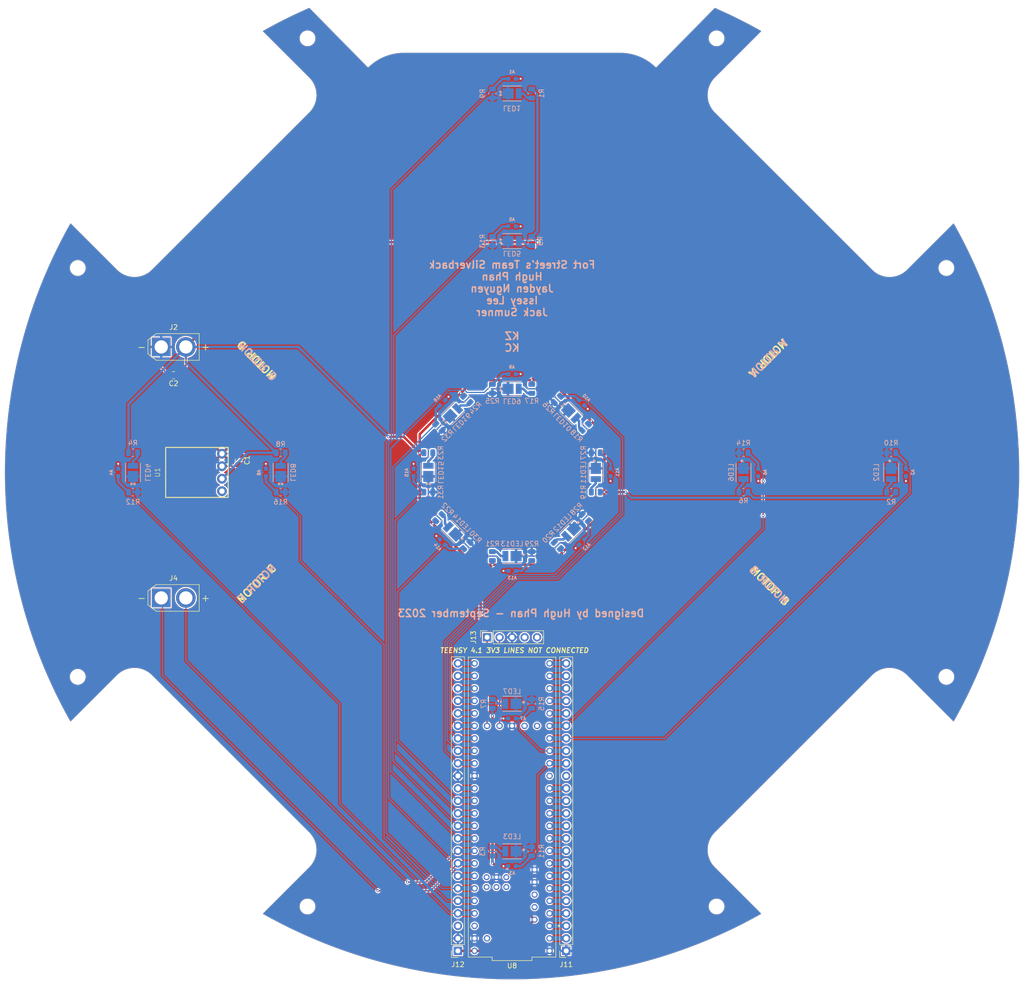
<source format=kicad_pcb>
(kicad_pcb (version 20221018) (generator pcbnew)
  (layers (0 "F.Cu" signal) (31 "B.Cu" signal) (34 "B.Paste" user) (35 "F.Paste" user) (36 "B.SilkS" user "B.Silkscreen") (37 "F.SilkS" user "F.Silkscreen") (38 "B.Mask" user) (39 "F.Mask" user) (44 "Edge.Cuts" user))
  (net 0 "")
  (net 2 "GND")
  (net 3 "/2")
  (net 4 "+5V")
  (net 6 "/30")
  (net 7 "/31")
  (net 8 "/28")
  (net 9 "/29")
  (net 10 "/34")
  (net 11 "/35")
  (net 12 "/7")
  (net 13 "/8")
  (net 14 "/32")
  (net 15 "/18")
  (net 16 "/19")
  (net 17 "/0")
  (net 18 "/1")
  (net 19 "/3")
  (net 20 "/4")
  (net 21 "/5")
  (net 22 "/6")
  (net 23 "/9")
  (net 24 "/10")
  (net 25 "/11")
  (net 26 "/12")
  (net 27 "/24")
  (net 28 "/25")
  (net 29 "/14")
  (net 30 "/15")
  (net 31 "/23")
  (net 32 "/22")
  (net 33 "/21")
  (net 34 "/20")
  (net 35 "/17")
  (net 36 "/16")
  (net 37 "/13")
  (net 38 "/41")
  (net 39 "/40")
  (net 40 "/39")
  (net 41 "/38")
  (net 42 "/37")
  (net 43 "/36")
  (net 44 "/33")
  (net 45 "Net-(LED1-Pad2)")
  (net 46 "Net-(LED2-Pad2)")
  (net 47 "Net-(LED3-Pad2)")
  (net 48 "Net-(LED4-Pad2)")
  (net 49 "Net-(LED5-Pad2)")
  (net 50 "Net-(LED6-Pad2)")
  (net 51 "Net-(LED7-Pad2)")
  (net 52 "Net-(LED8-Pad2)")
  (net 53 "Net-(LED9-Pad2)")
  (net 54 "Net-(LED10-Pad2)")
  (net 55 "Net-(LED11-Pad2)")
  (net 56 "Net-(LED12-Pad2)")
  (net 57 "Net-(LED13-Pad2)")
  (net 58 "Net-(LED14-Pad2)")
  (net 59 "Net-(LED15-Pad2)")
  (net 60 "Net-(LED16-Pad2)")
  (net 61 "/27")
  (net 62 "/26")
  (net 75 "/ON{slash}OFF")
  (net 76 "/PROGRAM")
  (net 79 "+3V3")
  (footprint "Connector_AMASS:AMASS_XT30U-F_1x02_P5.0mm_Vertical" (layer "F.Cu") (at 78.75 124.5)
    (fp_text reference "J2")
    (fp_text value "5V LINE")
  )
  (footprint "Connector_AMASS:AMASS_XT30U-F_1x02_P5.0mm_Vertical" (layer "F.Cu") (at 78.75 175.5)
    (fp_text reference "J4")
    (fp_text value "I2C")
  )
  (footprint "Capacitor_SMD:C_0805_2012Metric" (layer "F.Cu") (at 94.5 147.5 -90)
    (fp_text reference "C1")
    (fp_text value "10uF")
  )
  (footprint "Capacitor_SMD:C_0805_2012Metric" (layer "F.Cu") (at 81.25 130.25 180)
    (fp_text reference "C2")
    (fp_text value "10uF")
  )
  (footprint "Connector_PinSocket_2.54mm:PinSocket_1x24_P2.54mm_Vertical" (layer "F.Cu") (at 161 247.22 180)
    (fp_text reference "J11")
    (fp_text value "LEFT HEADERS")
  )
  (footprint "Connector_PinSocket_2.54mm:PinSocket_1x24_P2.54mm_Vertical" (layer "F.Cu") (at 139 247.22 180)
    (fp_text reference "J12")
    (fp_text value "RIGHT HEADERS")
  )
  (footprint "DEV-16771:MODULE_DEV-16771" (layer "F.Cu") (at 150 218.01 90)
    (fp_text reference "U8")
    (fp_text value "DEV-16771")
  )
  (footprint "Connector_PinSocket_2.54mm:PinSocket_1x05_P2.54mm_Vertical" (layer "F.Cu") (at 144.925 183.5 90)
    (fp_text reference "J13")
    (fp_text value "MID HEADERS")
  )
  (footprint "Converter_DCDC:Pololu 3.3V, 500mA Step-Down Voltage Regulator D24V5F3" (layer "F.Cu") (at 86 150 90)
    (fp_text reference "U1")
    (fp_text value "~")
  )
  (footprint "JB2835AWT-W-U30GA0000-N0000001:LED_J2835_CRW" (layer "B.Cu") (at 150 103)
    (fp_text reference "LED5")
    (fp_text value "JB2835AWT-W-U30GA0000-N0000001")
  )
  (footprint "ALS-PT19-315C_L177_TR8:XDCR_ALS-PT19-315C_L177_TR8" (layer "B.Cu") (at 164.142136 164.142136 45)
    (fp_text reference "A12")
    (fp_text value "ALS-PT19-315C/L177/TR8")
  )
  (footprint "Resistor_SMD:R_0805_2012Metric" (layer "B.Cu") (at 197 146)
    (fp_text reference "R14")
    (fp_text value "10K")
  )
  (footprint "Resistor_SMD:R_0805_2012Metric" (layer "B.Cu") (at 73 146)
    (fp_text reference "R4")
    (fp_text value "36R")
  )
  (footprint "Resistor_SMD:R_0805_2012Metric" (layer "B.Cu") (at 146 103 90)
    (fp_text reference "R13")
    (fp_text value "10K")
  )
  (footprint "Resistor_SMD:R_0805_2012Metric" (layer "B.Cu") (at 167 154 180)
    (fp_text reference "R19")
    (fp_text value "36R")
  )
  (footprint "JB2835AWT-W-U30GA0000-N0000001:LED_J2835_CRW" (layer "B.Cu") (at 227 150 -90)
    (fp_text reference "LED2")
    (fp_text value "JB2835AWT-W-U30GA0000-N0000001")
  )
  (footprint "JB2835AWT-W-U30GA0000-N0000001:LED_J2835_CRW" (layer "B.Cu") (at 137.979185 137.979185 45)
    (fp_text reference "LED16")
    (fp_text value "JB2835AWT-W-U30GA0000-N0000001")
  )
  (footprint "Resistor_SMD:R_0805_2012Metric" (layer "B.Cu") (at 133 146)
    (fp_text reference "R23")
    (fp_text value "36R")
  )
  (footprint "ALS-PT19-315C_L177_TR8:XDCR_ALS-PT19-315C_L177_TR8" (layer "B.Cu") (at 150 230)
    (fp_text reference "A3")
    (fp_text value "ALS-PT19-315C/L177/TR8")
  )
  (footprint "Resistor_SMD:R_0805_2012Metric" (layer "B.Cu") (at 103 154 180)
    (fp_text reference "R16")
    (fp_text value "10K")
  )
  (footprint "ALS-PT19-315C_L177_TR8:XDCR_ALS-PT19-315C_L177_TR8" (layer "B.Cu") (at 230 150 90)
    (fp_text reference "A2")
    (fp_text value "ALS-PT19-315C/L177/TR8")
  )
  (footprint "JB2835AWT-W-U30GA0000-N0000001:LED_J2835_CRW" (layer "B.Cu") (at 150 227 180)
    (fp_text reference "LED3")
    (fp_text value "JB2835AWT-W-U30GA0000-N0000001")
  )
  (footprint "Resistor_SMD:R_0805_2012Metric" (layer "B.Cu") (at 154 227 -90)
    (fp_text reference "R11")
    (fp_text value "10K")
  )
  (footprint "Resistor_SMD:R_0805_2012Metric" (layer "B.Cu") (at 164.849242 140.807612 -135)
    (fp_text reference "R18")
    (fp_text value "36R")
  )
  (footprint "Resistor_SMD:R_0805_2012Metric" (layer "B.Cu") (at 146 197 90)
    (fp_text reference "R7")
    (fp_text value "36R")
  )
  (footprint "Resistor_SMD:R_0805_2012Metric" (layer "B.Cu") (at 146 227 90)
    (fp_text reference "R3")
    (fp_text value "36R")
  )
  (footprint "Resistor_SMD:R_0805_2012Metric" (layer "B.Cu") (at 159.192388 135.150758 45)
    (fp_text reference "R26")
    (fp_text value "10K")
  )
  (footprint "ALS-PT19-315C_L177_TR8:XDCR_ALS-PT19-315C_L177_TR8" (layer "B.Cu") (at 135.857864 135.857864 -135)
    (fp_text reference "A16")
    (fp_text value "ALS-PT19-315C/L177/TR8")
  )
  (footprint "JB2835AWT-W-U30GA0000-N0000001:LED_J2835_CRW" (layer "B.Cu") (at 197 150 -90)
    (fp_text reference "LED6")
    (fp_text value "JB2835AWT-W-U30GA0000-N0000001")
  )
  (footprint "Resistor_SMD:R_0805_2012Metric" (layer "B.Cu") (at 135.150758 140.807612 135)
    (fp_text reference "R32")
    (fp_text value "10K")
  )
  (footprint "ALS-PT19-315C_L177_TR8:XDCR_ALS-PT19-315C_L177_TR8" (layer "B.Cu") (at 135.857864 164.142136 -45)
    (fp_text reference "A14")
    (fp_text value "ALS-PT19-315C/L177/TR8")
  )
  (footprint "Resistor_SMD:R_0805_2012Metric" (layer "B.Cu") (at 197 154 180)
    (fp_text reference "R6")
    (fp_text value "36R")
  )
  (footprint "Resistor_SMD:R_0805_2012Metric" (layer "B.Cu") (at 154 197 -90)
    (fp_text reference "R15")
    (fp_text value "10K")
  )
  (footprint "ALS-PT19-315C_L177_TR8:XDCR_ALS-PT19-315C_L177_TR8" (layer "B.Cu") (at 164.142136 135.857864 135)
    (fp_text reference "A10")
    (fp_text value "ALS-PT19-315C/L177/TR8")
  )
  (footprint "Resistor_SMD:R_0805_2012Metric" (layer "B.Cu") (at 146 133 90)
    (fp_text reference "R25")
    (fp_text value "10K")
  )
  (footprint "ALS-PT19-315C_L177_TR8:XDCR_ALS-PT19-315C_L177_TR8" (layer "B.Cu") (at 150 170)
    (fp_text reference "A13")
    (fp_text value "ALS-PT19-315C/L177/TR8")
  )
  (footprint "Resistor_SMD:R_0805_2012Metric" (layer "B.Cu") (at 164.849242 159.192388 -45)
    (fp_text reference "R28")
    (fp_text value "10K")
  )
  (footprint "Resistor_SMD:R_0805_2012Metric" (layer "B.Cu") (at 227 146)
    (fp_text reference "R10")
    (fp_text value "10K")
  )
  (footprint "JB2835AWT-W-U30GA0000-N0000001:LED_J2835_CRW" (layer "B.Cu") (at 162.020815 162.020815 -135)
    (fp_text reference "LED12")
    (fp_text value "JB2835AWT-W-U30GA0000-N0000001")
  )
  (footprint "JB2835AWT-W-U30GA0000-N0000001:LED_J2835_CRW" (layer "B.Cu") (at 150 197 180)
    (fp_text reference "LED7")
    (fp_text value "JB2835AWT-W-U30GA0000-N0000001")
  )
  (footprint "Resistor_SMD:R_0805_2012Metric" (layer "B.Cu") (at 135.150758 159.192388 45)
    (fp_text reference "R22")
    (fp_text value "36R")
  )
  (footprint "JB2835AWT-W-U30GA0000-N0000001:LED_J2835_CRW" (layer "B.Cu") (at 167 150 -90)
    (fp_text reference "LED11")
    (fp_text value "JB2835AWT-W-U30GA0000-N0000001")
  )
  (footprint "Resistor_SMD:R_0805_2012Metric" (layer "B.Cu") (at 167 146)
    (fp_text reference "R27")
    (fp_text value "10K")
  )
  (footprint "ALS-PT19-315C_L177_TR8:XDCR_ALS-PT19-315C_L177_TR8" (layer "B.Cu") (at 130 150 -90)
    (fp_text reference "A15")
    (fp_text value "ALS-PT19-315C/L177/TR8")
  )
  (footprint "ALS-PT19-315C_L177_TR8:XDCR_ALS-PT19-315C_L177_TR8" (layer "B.Cu") (at 200 150 90)
    (fp_text reference "A6")
    (fp_text value "ALS-PT19-315C/L177/TR8")
  )
  (footprint "JB2835AWT-W-U30GA0000-N0000001:LED_J2835_CRW" (layer "B.Cu") (at 150 73)
    (fp_text reference "LED1")
    (fp_text value "JB2835AWT-W-U30GA0000-N0000001")
  )
  (footprint "ALS-PT19-315C_L177_TR8:XDCR_ALS-PT19-315C_L177_TR8" (layer "B.Cu") (at 150 130 180)
    (fp_text reference "A9")
    (fp_text value "ALS-PT19-315C/L177/TR8")
  )
  (footprint "Resistor_SMD:R_0805_2012Metric" (layer "B.Cu") (at 146 167 90)
    (fp_text reference "R21")
    (fp_text value "36R")
  )
  (footprint "JB2835AWT-W-U30GA0000-N0000001:LED_J2835_CRW" (layer "B.Cu") (at 150 167 180)
    (fp_text reference "LED13")
    (fp_text value "JB2835AWT-W-U30GA0000-N0000001")
  )
  (footprint "JB2835AWT-W-U30GA0000-N0000001:LED_J2835_CRW" (layer "B.Cu") (at 103 150 90)
    (fp_text reference "LED8")
    (fp_text value "JB2835AWT-W-U30GA0000-N0000001")
  )
  (footprint "ALS-PT19-315C_L177_TR8:XDCR_ALS-PT19-315C_L177_TR8" (layer "B.Cu") (at 150 70 180)
    (fp_text reference "A1")
    (fp_text value "ALS-PT19-315C/L177/TR8")
  )
  (footprint "ALS-PT19-315C_L177_TR8:XDCR_ALS-PT19-315C_L177_TR8" (layer "B.Cu") (at 100 150 -90)
    (fp_text reference "A8")
    (fp_text value "ALS-PT19-315C/L177/TR8")
  )
  (footprint "Resistor_SMD:R_0805_2012Metric" (layer "B.Cu") (at 227 154 180)
    (fp_text reference "R2")
    (fp_text value "36R")
  )
  (footprint "JB2835AWT-W-U30GA0000-N0000001:LED_J2835_CRW" (layer "B.Cu") (at 162.020815 137.979185 -45)
    (fp_text reference "LED10")
    (fp_text value "JB2835AWT-W-U30GA0000-N0000001")
  )
  (footprint "Resistor_SMD:R_0805_2012Metric" (layer "B.Cu") (at 154 73 -90)
    (fp_text reference "R1")
    (fp_text value "36R")
  )
  (footprint "Resistor_SMD:R_0805_2012Metric" (layer "B.Cu") (at 159.192388 164.849242 135)
    (fp_text reference "R20")
    (fp_text value "36R")
  )
  (footprint "Resistor_SMD:R_0805_2012Metric" (layer "B.Cu") (at 146 73 90)
    (fp_text reference "R9")
    (fp_text value "10K")
  )
  (footprint "Resistor_SMD:R_0805_2012Metric" (layer "B.Cu") (at 103 146)
    (fp_text reference "R8")
    (fp_text value "36R")
  )
  (footprint "Resistor_SMD:R_0805_2012Metric" (layer "B.Cu") (at 154 167 -90)
    (fp_text reference "R29")
    (fp_text value "10K")
  )
  (footprint "Resistor_SMD:R_0805_2012Metric" (layer "B.Cu") (at 133 154 180)
    (fp_text reference "R31")
    (fp_text value "10K")
  )
  (footprint "Resistor_SMD:R_0805_2012Metric" (layer "B.Cu") (at 154 103 -90)
    (fp_text reference "R5")
    (fp_text value "36R")
  )
  (footprint "ALS-PT19-315C_L177_TR8:XDCR_ALS-PT19-315C_L177_TR8" (layer "B.Cu") (at 150 100 180)
    (fp_text reference "A5")
    (fp_text value "ALS-PT19-315C/L177/TR8")
  )
  (footprint "Resistor_SMD:R_0805_2012Metric" (layer "B.Cu") (at 140.807612 135.150758 -45)
    (fp_text reference "R24")
    (fp_text value "36R")
  )
  (footprint "ALS-PT19-315C_L177_TR8:XDCR_ALS-PT19-315C_L177_TR8" (layer "B.Cu") (at 70 150 -90)
    (fp_text reference "A4")
    (fp_text value "ALS-PT19-315C/L177/TR8")
  )
  (footprint "JB2835AWT-W-U30GA0000-N0000001:LED_J2835_CRW" (layer "B.Cu") (at 150 133)
    (fp_text reference "LED9")
    (fp_text value "JB2835AWT-W-U30GA0000-N0000001")
  )
  (footprint "Resistor_SMD:R_0805_2012Metric" (layer "B.Cu") (at 140.807612 164.849242 -135)
    (fp_text reference "R30")
    (fp_text value "10K")
  )
  (footprint "ALS-PT19-315C_L177_TR8:XDCR_ALS-PT19-315C_L177_TR8" (layer "B.Cu") (at 170 150 90)
    (fp_text reference "A11")
    (fp_text value "ALS-PT19-315C/L177/TR8")
  )
  (footprint "JB2835AWT-W-U30GA0000-N0000001:LED_J2835_CRW" (layer "B.Cu") (at 137.979185 162.020815 135)
    (fp_text reference "LED14")
    (fp_text value "JB2835AWT-W-U30GA0000-N0000001")
  )
  (footprint "ALS-PT19-315C_L177_TR8:XDCR_ALS-PT19-315C_L177_TR8" (layer "B.Cu") (at 150 200)
    (fp_text reference "A7")
    (fp_text value "ALS-PT19-315C/L177/TR8")
  )
  (footprint "JB2835AWT-W-U30GA0000-N0000001:LED_J2835_CRW" (layer "B.Cu") (at 73 150 90)
    (fp_text reference "LED4")
    (fp_text value "JB2835AWT-W-U30GA0000-N0000001")
  )
  (footprint "Resistor_SMD:R_0805_2012Metric" (layer "B.Cu") (at 73 154 180)
    (fp_text reference "R12")
    (fp_text value "10K")
  )
  (footprint "JB2835AWT-W-U30GA0000-N0000001:LED_J2835_CRW" (layer "B.Cu") (at 133 150 90)
    (fp_text reference "LED15")
    (fp_text value "JB2835AWT-W-U30GA0000-N0000001")
  )
  (footprint "Resistor_SMD:R_0805_2012Metric" (layer "B.Cu") (at 154 133 -90)
    (fp_text reference "R17")
    (fp_text value "36R")
  )
  (gr_line (start 182.712672 64.193532) (end 181.919048 65.0002) (stroke (width 0.05)) (layer "Edge.Cuts"))
  (gr_arc (start 108.81093 223.150396) (mid 110.275396 226.68593) (end 108.81093 230.221464) (stroke (width 0.05)) (layer "Edge.Cuts"))
  (gr_line (start 108.81093 76.850004) (end 76.849704 108.81123) (stroke (width 0.05)) (layer "Edge.Cuts"))
  (gr_line (start 171.9999 64.733513) (end 127.9999 64.733513) (stroke (width 0.05)) (layer "Edge.Cuts"))
  (gr_circle (center 61.79146 108.460808) (end 63.39146 108.460808) (stroke (width 0.05)) (fill none) (layer "Edge.Cuts"))
  (gr_circle (center 108.460508 238.20864) (end 110.060508 238.20864) (stroke (width 0.05)) (fill none) (layer "Edge.Cuts"))
  (gr_line (start 191.18887 69.778936) (end 200.652264 60.315541) (stroke (width 0.05)) (layer "Edge.Cuts"))
  (gr_arc (start 171.9999 64.733513) (mid 175.916756 65.510042) (end 179.241103 67.722161) (stroke (width 0.05)) (layer "Edge.Cuts"))
  (gr_circle (center 61.79146 191.539592) (end 63.39146 191.539592) (stroke (width 0.05)) (fill none) (layer "Edge.Cuts"))
  (gr_arc (start 69.778636 191.18917) (mid 73.31417 189.724704) (end 76.849704 191.18917) (stroke (width 0.05)) (layer "Edge.Cuts"))
  (gr_line (start 223.150096 108.81123) (end 191.18887 76.850004) (stroke (width 0.05)) (layer "Edge.Cuts"))
  (gr_line (start 239.684559 99.347836) (end 230.221164 108.81123) (stroke (width 0.05)) (layer "Edge.Cuts"))
  (gr_arc (start 99.347536 60.315542) (mid 104.024078 57.83066) (end 108.822158 55.58943) (stroke (width 0.05)) (layer "Edge.Cuts"))
  (gr_line (start 191.177642 55.58943) (end 182.712672 64.193532) (stroke (width 0.05)) (layer "Edge.Cuts"))
  (gr_line (start 76.849704 191.18917) (end 108.81093 223.150396) (stroke (width 0.05)) (layer "Edge.Cuts"))
  (gr_arc (start 191.18887 76.850004) (mid 189.724403 73.31447) (end 191.18887 69.778936) (stroke (width 0.05)) (layer "Edge.Cuts"))
  (gr_line (start 118.080752 65.0002) (end 117.287128 64.193532) (stroke (width 0.05)) (layer "Edge.Cuts"))
  (gr_circle (center 108.460508 61.79176) (end 110.060508 61.79176) (stroke (width 0.05)) (fill none) (layer "Edge.Cuts"))
  (gr_arc (start 239.684559 99.347836) (mid 252.9999 150.0002) (end 239.684559 200.652564) (stroke (width 0.05)) (layer "Edge.Cuts"))
  (gr_arc (start 191.18887 230.221464) (mid 189.724403 226.68593) (end 191.18887 223.150396) (stroke (width 0.05)) (layer "Edge.Cuts"))
  (gr_arc (start 60.315241 200.652564) (mid 46.9999 150.0002) (end 60.315241 99.347836) (stroke (width 0.05)) (layer "Edge.Cuts"))
  (gr_line (start 99.347536 60.315542) (end 108.81093 69.778936) (stroke (width 0.05)) (layer "Edge.Cuts"))
  (gr_arc (start 230.221164 108.81123) (mid 226.68563 110.275696) (end 223.150096 108.81123) (stroke (width 0.05)) (layer "Edge.Cuts"))
  (gr_line (start 108.81093 230.221464) (end 99.347536 239.684859) (stroke (width 0.05)) (layer "Edge.Cuts"))
  (gr_line (start 191.18887 223.150396) (end 223.150096 191.18917) (stroke (width 0.05)) (layer "Edge.Cuts"))
  (gr_line (start 200.652264 239.684859) (end 191.18887 230.221464) (stroke (width 0.05)) (layer "Edge.Cuts"))
  (gr_arc (start 223.150096 191.18917) (mid 226.68563 189.724704) (end 230.221164 191.18917) (stroke (width 0.05)) (layer "Edge.Cuts"))
  (gr_circle (center 238.20834 191.539592) (end 239.80834 191.539592) (stroke (width 0.05)) (fill none) (layer "Edge.Cuts"))
  (gr_arc (start 120.758697 67.722161) (mid 124.083044 65.510041) (end 127.9999 64.733513) (stroke (width 0.05)) (layer "Edge.Cuts"))
  (gr_arc (start 76.849704 108.81123) (mid 73.31417 110.275696) (end 69.778636 108.81123) (stroke (width 0.05)) (layer "Edge.Cuts"))
  (gr_line (start 117.287128 64.193532) (end 108.822158 55.58943) (stroke (width 0.05)) (layer "Edge.Cuts"))
  (gr_line (start 120.758697 67.722161) (end 118.080752 65.0002) (stroke (width 0.05)) (layer "Edge.Cuts"))
  (gr_line (start 230.221164 191.18917) (end 239.684559 200.652564) (stroke (width 0.05)) (layer "Edge.Cuts"))
  (gr_circle (center 238.20834 108.460808) (end 239.80834 108.460808) (stroke (width 0.05)) (fill none) (layer "Edge.Cuts"))
  (gr_line (start 60.315241 200.652564) (end 69.778636 191.18917) (stroke (width 0.05)) (layer "Edge.Cuts"))
  (gr_arc (start 200.652264 239.684859) (mid 149.9999 253.0002) (end 99.347536 239.684859) (stroke (width 0.05)) (layer "Edge.Cuts"))
  (gr_circle (center 191.539292 61.79176) (end 193.139292 61.79176) (stroke (width 0.05)) (fill none) (layer "Edge.Cuts"))
  (gr_line (start 69.778636 108.81123) (end 60.315241 99.347836) (stroke (width 0.05)) (layer "Edge.Cuts"))
  (gr_circle (center 191.539292 238.20864) (end 193.139292 238.20864) (stroke (width 0.05)) (fill none) (layer "Edge.Cuts"))
  (gr_arc (start 108.81093 69.778936) (mid 110.275396 73.31447) (end 108.81093 76.850004) (stroke (width 0.05)) (layer "Edge.Cuts"))
  (gr_arc (start 191.177642 55.58943) (mid 195.975721 57.830661) (end 200.652264 60.315541) (stroke (width 0.05)) (layer "Edge.Cuts"))
  (gr_line (start 181.919048 65.0002) (end 179.241103 67.722161) (stroke (width 0.05)) (layer "Edge.Cuts"))
  (gr_text "Fort Street's Team Silverback\nHugh Phan\nJayden Nguyen\nIssey Lee\nJack Sumner\n\nKZ\nKC" (at 150 116.25) (layer "B.SilkS") (effects (font (size 1.5 1.5) (thickness 0.3) bold) (justify mirror)))
  (gr_text "Designed by Hugh Phan - September 2023" (at 177 179.5) (layer "B.SilkS") (effects (font (size 1.5 1.5) (thickness 0.3) bold) (justify left bottom mirror)))
  (gr_text "MOTOR B" (at 205.25 177.25 315) (layer "B.SilkS") (effects (font (size 1.5 1.5) (thickness 0.3) bold) (justify left bottom mirror)))
  (gr_text "MOTOR C" (at 102.5 169.5 45) (layer "B.SilkS") (effects (font (size 1.5 1.5) (thickness 0.3) bold) (justify left bottom mirror)))
  (gr_text "MOTOR D" (at 95.25 123 135) (layer "B.SilkS") (effects (font (size 1.5 1.5) (thickness 0.3) bold) (justify left bottom mirror)))
  (gr_text "MOTOR A" (at 197.75 129.75 -135) (layer "B.SilkS") (effects (font (size 1.5 1.5) (thickness 0.3) bold) (justify left bottom mirror)))
  (gr_text "MOTOR C" (at 95 177 45) (layer "F.SilkS") (effects (font (size 1.5 1.5) (thickness 0.3) bold) (justify left bottom)))
  (gr_text "MOTOR D" (at 102.5 130.25 135) (layer "F.SilkS") (effects (font (size 1.5 1.5) (thickness 0.3) bold) (justify left bottom)))
  (gr_text "TEENSY 4.1 3V3 LINES NOT CONNECTED " (at 135.25 186.75) (layer "F.SilkS") (effects (font (size 1 1) (thickness 0.2) bold italic) (justify left bottom)))
  (gr_text "MOTOR A" (at 205 122.5 -135) (layer "F.SilkS") (effects (font (size 1.5 1.5) (thickness 0.3) bold) (justify left bottom)))
  (gr_text "MOTOR B" (at 198 170 315) (layer "F.SilkS") (effects (font (size 1.5 1.5) (thickness 0.3) bold) (justify left bottom)))
  (segment (start 94.22 148.73) (end 91.08 148.73) (width 0.25) (layer "F.Cu") (net 2))
  (segment (start 80.3 130.25) (end 78.75 128.7) (width 0.25) (layer "F.Cu") (net 2))
  (segment (start 78.75 128.7) (end 78.75 124.5) (width 0.25) (layer "F.Cu") (net 2))
  (segment (start 94.5 148.45) (end 94.22 148.73) (width 0.25) (layer "F.Cu") (net 2))
  (segment (start 146 103.9125) (end 145.8375 103.9125) (width 0.5) (layer "B.Cu") (net 2))
  (segment (start 150.8239 167) (end 151.75 167) (width 0.25) (layer "B.Cu") (net 2))
  (segment locked (start 157.62 239.6) (end 161 239.6) (width 1) (layer "B.Cu") (net 3))
  (segment (start 146 229.25) (end 147.75 231) (width 0.5) (layer "F.Cu") (net 4))
  (segment (start 139.570175 133.913321) (end 142.233496 131.25) (width 0.5) (layer "F.Cu") (net 4))
  (segment (start 147.75 231) (end 149.070582 231) (width 0.5) (layer "F.Cu") (net 4))
  (segment (start 139 247.22) (end 148.22 247.22) (width 0.5) (layer "F.Cu") (net 4))
  (segment (start 128 142.75) (end 131.25 146) (width 0.5) (layer "F.Cu") (net 4))
  (segment (start 149.959418 231.888836) (end 149.959418 236.259418) (width 0.5) (layer "F.Cu") (net 4))
  (segment (start 105.031285 103.218715) (end 155.181877 103.218715) (width 0.5) (layer "F.Cu") (net 4))
  (segment (start 146.024 199.534) (end 146.024 206.25) (width 0.5) (layer "F.Cu") (net 4))
  (segment (start 124.875 142.75) (end 128 142.75) (width 0.5) (layer "F.Cu") (net 4))
  (segment (start 149.959418 236.259418) (end 154.57 240.87) (width 0.5) (layer "F.Cu") (net 4))
  (segment (start 146 168.75) (end 142.233496 168.75) (width 0.5) (layer "F.Cu") (net 4))
  (segment (start 131.25 146) (end 131.25 142.233496) (width 0.5) (layer "F.Cu") (net 4))
  (segment (start 143.625 203.851) (end 143.625 171.125) (width 0.5) (layer "F.Cu") (net 4))
  (segment (start 83.75 124.5) (end 105.031285 103.218715) (width 0.5) (layer "F.Cu") (net 4))
  (segment (start 166.086679 139.570175) (end 168.75 142.233496) (width 0.5) (layer "F.Cu") (net 4))
  (segment (start 142.233495 131.25) (end 153.999999 131.25) (width 0.5) (layer "F.Cu") (net 4))
  (segment (start 142.233496 168.75) (end 133.913321 160.429825) (width 0.5) (layer "F.Cu") (net 4))
  (segment (start 149.070582 231) (end 149.959418 231.888836) (width 0.5) (layer "F.Cu") (net 4))
  (segment (start 168.75 157.766504) (end 160.429825 166.086679) (width 0.5) (layer "F.Cu") (net 4))
  (segment (start 173.0745 154) (end 168.75 154) (width 0.5) (layer "F.Cu") (net 4))
  (segment (start 157.766505 168.75) (end 146.000001 168.75) (width 0.5) (layer "F.Cu") (net 4))
  (segment (start 155.181877 130.068123) (end 155.181877 103.218715) (width 0.5) (layer "F.Cu") (net 4))
  (segment (start 82.2 130.25) (end 83.75 128.7) (width 0.25) (layer "F.Cu") (net 4))
  (segment (start 148.22 247.22) (end 154.57 240.87) (width 0.5) (layer "F.Cu") (net 4))
  (segment (start 143.625 171.125) (end 146 168.75) (width 0.5) (layer "F.Cu") (net 4))
  (segment (start 154 131.25) (end 157.766504 131.25) (width 0.5) (layer "F.Cu") (net 4))
  (segment (start 146.024 229.226) (end 146.024 206.25) (width 0.5) (layer "F.Cu") (net 4))
  (segment (start 131.25 157.766505) (end 131.25 146.000001) (width 0.5) (layer "F.Cu") (net 4))
  (segment (start 131.25 142.233496) (end 139.570175 133.913321) (width 0.5) (layer "F.Cu") (net 4))
  (segment (start 157.766504 131.25) (end 166.086679 139.570175) (width 0.5) (layer "F.Cu") (net 4))
  (segment (start 133.913321 160.429825) (end 131.25 157.766504) (width 0.5) (layer "F.Cu") (net 4))
  (segment (start 160.429825 166.086679) (end 157.766504 168.75) (width 0.5) (layer "F.Cu") (net 4))
  (segment (start 146 229.25) (end 146.024 229.226) (width 0.5) (layer "F.Cu") (net 4))
  (segment (start 83.75 128.7) (end 83.75 124.5) (width 0.25) (layer "F.Cu") (net 4))
  (segment (start 146 199.51) (end 146.024 199.534) (width 0.5) (layer "F.Cu") (net 4))
  (segment (start 154 131.25) (end 155.181877 130.068123) (width 0.5) (layer "F.Cu") (net 4))
  (segment (start 168.75 142.233495) (end 168.75 153.999999) (width 0.5) (layer "F.Cu") (net 4))
  (segment (start 146.024 206.25) (end 143.625 203.851) (width 0.5) (layer "F.Cu") (net 4))
  (segment (start 168.75 154) (end 168.75 157.766504) (width 0.5) (layer "F.Cu") (net 4))
  (via locked (at 146 229.424508) (size 0.6) (drill 0.3) (layers "F.Cu" "B.Cu") (net 4))
  (via (at 154 131.25) (size 0.6) (drill 0.3) (layers "F.Cu" "B.Cu") (net 4))
  (via (at 168.75 154) (size 0.6) (drill 0.3) (layers "F.Cu" "B.Cu") (net 4))
  (via (at 146 168.75) (size 0.6) (drill 0.3) (layers "F.Cu" "B.Cu") (net 4))
  (via (at 131.25 146) (size 0.6) (drill 0.3) (layers "F.Cu" "B.Cu") (net 4))
  (via (at 160.429825 166.086679) (size 0.6) (drill 0.3) (layers "F.Cu" "B.Cu") (net 4))
  (via (at 133.913321 160.429825) (size 0.6) (drill 0.3) (layers "F.Cu" "B.Cu") (net 4))
  (via (at 124.875 142.75) (size 0.6) (drill 0.3) (layers "F.Cu" "B.Cu") (net 4))
  (via (at 155.181877 103.218715) (size 0.8) (drill 0.4) (layers "F.Cu" "B.Cu") (net 4))
  (via (at 139.570175 133.913321) (size 0.6) (drill 0.3) (layers "F.Cu" "B.Cu") (net 4))
  (via (at 146 199.51) (size 0.6) (drill 0.3) (layers "F.Cu" "B.Cu") (net 4))
  (via (at 173.0745 154) (size 0.6) (drill 0.3) (layers "F.Cu" "B.Cu") (net 4))
  (via (at 166.086679 139.570175) (size 0.6) (drill 0.3) (layers "F.Cu" "B.Cu") (net 4))
  (segment (start 167.9125 154) (end 168.75 154) (width 0.5) (layer "B.Cu") (net 4))
  (segment (start 196.7625 155.15) (end 174.2245 155.15) (width 0.5) (layer "B.Cu") (net 4))
  (segment (start 226.7625 155.15) (end 199.0625 155.15) (width 0.5) (layer "B.Cu") (net 4))
  (segment (start 83.75 124.5) (end 72.0875 136.1625) (width 0.5) (layer "B.Cu") (net 4))
  (segment (start 154 132.0875) (end 154 131.25) (width 0.5) (layer "B.Cu") (net 4))
  (segment (start 102.0875 146) (end 96.35 146) (width 0.5) (layer "B.Cu") (net 4))
  (segment (start 159.837623 165.494477) (end 160.429825 166.086679) (width 0.5) (layer "B.Cu") (net 4))
  (segment (start 155.15 73.2375) (end 155.15 100.9375) (width 0.5) (layer "B.Cu") (net 4))
  (segment (start 199.0625 155.15) (end 197.9125 154) (width 0.5) (layer "B.Cu") (net 4))
  (segment (start 155.15 100.9375) (end 154 102.0875) (width 0.5) (layer "B.Cu") (net 4))
  (segment (start 146 199.51) (end 146 197.9125) (width 0.5) (layer "B.Cu") (net 4))
  (segment (start 154 72.0875) (end 155.15 73.2375) (width 0.5) (layer "B.Cu") (net 4))
  (segment (start 174.2245 155.15) (end 173.0745 154) (width 0.5) (layer "B.Cu") (net 4))
  (segment (start 140.162377 134.505523) (end 139.570175 133.913321) (width 0.5) (layer "B.Cu") (net 4))
  (segment (start 83.75 127.6625) (end 102.0875 146) (width 0.5) (layer "B.Cu") (net 4))
  (segment (start 227.9125 154) (end 226.7625 155.15) (width 0.5) (layer "B.Cu") (net 4))
  (segment (start 83.75 124.5) (end 106.625 124.5) (width 0.5) (layer "B.Cu") (net 4))
  (segment (start 132.0875 146) (end 131.25 146) (width 0.5) (layer "B.Cu") (net 4))
  (segment (start 83.75 124.5) (end 83.75 127.6625) (width 0.5) (layer "B.Cu") (net 4))
  (segment (start 146 168.75) (end 146 167.9125) (width 0.5) (layer "B.Cu") (net 4))
  (segment (start 165.494477 140.162377) (end 166.086679 139.570175) (width 0.5) (layer "B.Cu") (net 4))
  (segment (start 197.9125 154) (end 196.7625 155.15) (width 0.5) (layer "B.Cu") (net 4))
  (segment (start 134.505523 159.837623) (end 133.913321 160.429825) (width 0.5) (layer "B.Cu") (net 4))
  (segment (start 146 227.9125) (end 146 229.25) (width 0.5) (layer "B.Cu") (net 4))
  (segment (start 72.0875 136.1625) (end 72.0875 146) (width 0.5) (layer "B.Cu") (net 4))
  (segment (start 96.35 146) (end 91.08 151.27) (width 0.5) (layer "B.Cu") (net 4))
  (segment (start 106.625 124.5) (end 124.875 142.75) (width 0.5) (layer "B.Cu") (net 4))
  (segment (start 154 102.0875) (end 155.15 103.2375) (width 0.5) (layer "B.Cu") (net 4))
  (segment locked (start 157.62 193.88) (end 161 193.88) (width 1) (layer "B.Cu") (net 6))
  (segment locked (start 157.62 191.34) (end 161 191.34) (width 1) (layer "B.Cu") (net 7))
  (segment locked (start 157.62 198.96) (end 161 198.96) (width 1) (layer "B.Cu") (net 8))
  (segment locked (start 157.62 196.42) (end 161 196.42) (width 1) (layer "B.Cu") (net 9))
  (segment locked (start 139 191.34) (end 142.38 191.34) (width 1) (layer "B.Cu") (net 10))
  (segment locked (start 139 193.88) (end 142.38 193.88) (width 1) (layer "B.Cu") (net 11))
  (segment locked (start 157.62 226.9) (end 161 226.9) (width 1) (layer "B.Cu") (net 12))
  (segment locked (start 157.62 224.36) (end 161 224.36) (width 1) (layer "B.Cu") (net 13))
  (segment locked (start 157.62 188.8) (end 161 188.8) (width 1) (layer "B.Cu") (net 14))
  (segment (start 128.75 233.25) (end 132.5 233.25) (width 0.25) (layer "F.Cu") (net 15))
  (segment (start 138.89 227.01) (end 139 226.9) (width 0.25) (layer "F.Cu") (net 15))
  (segment (start 138.85 226.9) (end 139 226.9) (width 0.25) (layer "F.Cu") (net 15))
  (segment (start 132.5 233.25) (end 138.85 226.9) (width 0.25) (layer "F.Cu") (net 15))
  (via (at 128.75 233.25) (size 0.6) (drill 0.3) (layers "F.Cu" "B.Cu") (net 15))
  (segment locked (start 139 226.9) (end 142.38 226.9) (width 1) (layer "B.Cu") (net 15))
  (segment (start 83.75 188.25) (end 83.75 175.5) (width 0.25) (layer "B.Cu") (net 15))
  (segment (start 128.75 233.25) (end 83.75 188.25) (width 0.25) (layer "B.Cu") (net 15))
  (segment (start 122.75 235) (end 133.44 235) (width 0.25) (layer "F.Cu") (net 16))
  (segment (start 133.44 235) (end 139 229.44) (width 0.25) (layer "F.Cu") (net 16))
  (via (at 122.75 235) (size 0.6) (drill 0.3) (layers "F.Cu" "B.Cu") (net 16))
  (segment (start 79 175.75) (end 78.75 175.5) (width 0.25) (layer "B.Cu") (net 16))
  (segment (start 122.75 235) (end 79 191.25) (width 0.25) (layer "B.Cu") (net 16))
  (segment locked (start 139 229.44) (end 142.38 229.44) (width 1) (layer "B.Cu") (net 16))
  (segment (start 79 191.25) (end 79 175.75) (width 0.25) (layer "B.Cu") (net 16))
  (segment locked (start 157.62 244.68) (end 161 244.68) (width 1) (layer "B.Cu") (net 17))
  (segment locked (start 157.62 242.14) (end 161 242.14) (width 1) (layer "B.Cu") (net 18))
  (segment locked (start 157.62 237.06) (end 161 237.06) (width 1) (layer "B.Cu") (net 19))
  (segment locked (start 161 234.52) (end 157.62 234.52) (width 1) (layer "B.Cu") (net 20))
  (segment locked (start 157.62 231.98) (end 161 231.98) (width 1) (layer "B.Cu") (net 21))
  (segment locked (start 161 229.44) (end 157.62 229.44) (width 1) (layer "B.Cu") (net 22))
  (segment locked (start 157.62 221.82) (end 161 221.82) (width 1) (layer "B.Cu") (net 23))
  (segment locked (start 157.62 219.28) (end 161 219.28) (width 1) (layer "B.Cu") (net 24))
  (segment locked (start 157.62 216.74) (end 161 216.74) (width 1) (layer "B.Cu") (net 25))
  (segment locked (start 157.62 214.2) (end 161 214.2) (width 1) (layer "B.Cu") (net 26))
  (segment locked (start 157.62 209.12) (end 161 209.12) (width 1) (layer "B.Cu") (net 27))
  (segment locked (start 151.9125 230) (end 154 227.9125) (width 0.5) (layer "B.Cu") (net 27))
  (segment (start 155.25 211.49) (end 157.62 209.12) (width 0.25) (layer "B.Cu") (net 27))
  (segment (start 154 227.9125) (end 155.25 226.6625) (width 0.25) (layer "B.Cu") (net 27))
  (segment (start 155.25 226.6625) (end 155.25 211.49) (width 0.25) (layer "B.Cu") (net 27))
  (segment locked (start 150.75 230) (end 151.9125 230) (width 0.5) (layer "B.Cu") (net 27))
  (segment (start 151.5 200.75) (end 151.5 202.25) (width 0.25) (layer "B.Cu") (net 28))
  (segment (start 155.83 206.58) (end 157.62 206.58) (width 0.25) (layer "B.Cu") (net 28))
  (segment (start 151.5 202.25) (end 155.83 206.58) (width 0.25) (layer "B.Cu") (net 28))
  (segment locked (start 151.9125 200) (end 154 197.9125) (width 0.5) (layer "B.Cu") (net 28))
  (segment locked (start 150.75 200) (end 151.9125 200) (width 0.5) (layer "B.Cu") (net 28))
  (segment (start 150.75 200) (end 151.5 200.75) (width 0.25) (layer "B.Cu") (net 28))
  (segment locked (start 157.62 206.58) (end 161 206.58) (width 1) (layer "B.Cu") (net 28))
  (segment (start 126.7 174.3) (end 126.7 204.44) (width 0.25) (layer "B.Cu") (net 29))
  (segment (start 136.327534 164.672466) (end 126.7 174.3) (width 0.25) (layer "B.Cu") (net 29))
  (segment locked (start 139 216.74) (end 142.38 216.74) (width 1) (layer "B.Cu") (net 29))
  (segment locked (start 136.388194 164.672466) (end 137.210206 165.494478) (width 0.5) (layer "B.Cu") (net 29))
  (segment locked (start 137.210206 165.494477) (end 140.162377 165.494477) (width 0.5) (layer "B.Cu") (net 29))
  (segment (start 126.7 204.44) (end 139 216.74) (width 0.25) (layer "B.Cu") (net 29))
  (segment (start 136.388194 164.672466) (end 136.327534 164.672466) (width 0.25) (layer "B.Cu") (net 29))
  (segment (start 126.25 159.8375) (end 126.25 206.53) (width 0.25) (layer "B.Cu") (net 30))
  (segment locked (start 139 219.28) (end 142.38 219.28) (width 1) (layer "B.Cu") (net 30))
  (segment locked (start 130 151.9125) (end 132.0875 154) (width 0.5) (layer "B.Cu") (net 30))
  (segment locked (start 130 150.75) (end 130 151.9125) (width 0.5) (layer "B.Cu") (net 30))
  (segment (start 132.0875 154) (end 126.25 159.8375) (width 0.25) (layer "B.Cu") (net 30))
  (segment (start 126.25 206.53) (end 139 219.28) (width 0.25) (layer "B.Cu") (net 30))
  (segment locked (start 70 151.9125) (end 72.0875 154) (width 0.5) (layer "B.Cu") (net 31))
  (segment (start 96.130923 178.145423) (end 115 197.0145) (width 0.25) (layer "B.Cu") (net 31))
  (segment (start 115 197.0145) (end 115 217.25) (width 0.25) (layer "B.Cu") (net 31))
  (segment locked (start 70 150.75) (end 70 151.9125) (width 0.5) (layer "B.Cu") (net 31))
  (segment (start 96.130923 178.043423) (end 96.130923 178.145423) (width 0.25) (layer "B.Cu") (net 31))
  (segment (start 137.35 239.6) (end 139 239.6) (width 0.25) (layer "B.Cu") (net 31))
  (segment (start 115 217.25) (end 137.35 239.6) (width 0.25) (layer "B.Cu") (net 31))
  (segment locked (start 139 239.6) (end 142.38 239.6) (width 1) (layer "B.Cu") (net 31))
  (segment (start 72.0875 154) (end 96.130923 178.043423) (width 0.25) (layer "B.Cu") (net 31))
  (segment (start 124 185) (end 124 224.25) (width 0.25) (layer "B.Cu") (net 32))
  (segment (start 102.0875 154) (end 107 158.9125) (width 0.25) (layer "B.Cu") (net 32))
  (segment locked (start 139 237.06) (end 142.38 237.06) (width 1) (layer "B.Cu") (net 32))
  (segment locked (start 100 150.75) (end 100 151.9125) (width 0.5) (layer "B.Cu") (net 32))
  (segment (start 124 224.25) (end 136.81 237.06) (width 0.25) (layer "B.Cu") (net 32))
  (segment (start 107 158.9125) (end 107 168) (width 0.25) (layer "B.Cu") (net 32))
  (segment (start 107 168) (end 124 185) (width 0.25) (layer "B.Cu") (net 32))
  (segment (start 136.81 237.06) (end 139 237.06) (width 0.25) (layer "B.Cu") (net 32))
  (segment locked (start 100 151.9125) (end 102.0875 154) (width 0.5) (layer "B.Cu") (net 32))
  (segment locked (start 149.25 70) (end 148.0875 70) (width 0.5) (layer "B.Cu") (net 33))
  (segment (start 125.5 92.5875) (end 146 72.0875) (width 0.25) (layer "B.Cu") (net 33))
  (segment (start 135.77 234.52) (end 124.45 223.2) (width 0.25) (layer "B.Cu") (net 33))
  (segment locked (start 139 234.52) (end 142.38 234.52) (width 1) (layer "B.Cu") (net 33))
  (segment locked (start 148.0875 70) (end 146 72.0875) (width 0.5) (layer "B.Cu") (net 33))
  (segment (start 124.45 223.2) (end 124.45 143.988172) (width 0.25) (layer "B.Cu") (net 33))
  (segment (start 125.133884 143.375) (end 125.5 143.008884) (width 0.25) (layer "B.Cu") (net 33))
  (segment (start 125.5 143.008884) (end 125.5 92.5875) (width 0.25) (layer "B.Cu") (net 33))
  (segment (start 139 234.52) (end 135.77 234.52) (width 0.25) (layer "B.Cu") (net 33))
  (segment (start 125.063172 143.375) (end 125.133884 143.375) (width 0.25) (layer "B.Cu") (net 33))
  (segment (start 124.45 143.988172) (end 125.063172 143.375) (width 0.25) (layer "B.Cu") (net 33))
  (segment locked (start 139 231.98) (end 142.38 231.98) (width 1) (layer "B.Cu") (net 34))
  (segment (start 124.9 216.15) (end 124.9 144.24528) (width 0.25) (layer "B.Cu") (net 34))
  (segment locked (start 149.25 100) (end 148.0875 100) (width 0.5) (layer "B.Cu") (net 34))
  (segment (start 137.825 229.075) (end 124.9 216.15) (width 0.25) (layer "B.Cu") (net 34))
  (segment (start 137.825 230.805) (end 137.825 229.075) (width 0.25) (layer "B.Cu") (net 34))
  (segment (start 125.95 143.19528) (end 125.95 122.1375) (width 0.25) (layer "B.Cu") (net 34))
  (segment locked (start 148.0875 100) (end 146 102.0875) (width 0.5) (layer "B.Cu") (net 34))
  (segment (start 124.9 144.24528) (end 125.95 143.19528) (width 0.25) (layer "B.Cu") (net 34))
  (segment (start 139 231.98) (end 137.825 230.805) (width 0.25) (layer "B.Cu") (net 34))
  (segment (start 125.95 122.1375) (end 146 102.0875) (width 0.25) (layer "B.Cu") (net 34))
  (segment locked (start 149.25 130) (end 148.0875 130) (width 0.5) (layer "B.Cu") (net 35))
  (segment locked (start 148.0875 130) (end 146 132.0875) (width 0.5) (layer "B.Cu") (net 35))
  (segment (start 144.3375 133.75) (end 140.856423 133.75) (width 0.25) (layer "B.Cu") (net 35))
  (segment (start 137.211679 133.288321) (end 125.35 145.15) (width 0.25) (layer "B.Cu") (net 35))
  (segment (start 125.35 210.71) (end 139 224.36) (width 0.25) (layer "B.Cu") (net 35))
  (segment (start 140.856423 133.75) (end 140.394744 133.288321) (width 0.25) (layer "B.Cu") (net 35))
  (segment (start 146 132.0875) (end 144.3375 133.75) (width 0.25) (layer "B.Cu") (net 35))
  (segment (start 140.394744 133.288321) (end 137.211679 133.288321) (width 0.25) (layer "B.Cu") (net 35))
  (segment (start 125.35 145.15) (end 125.35 210.71) (width 0.25) (layer "B.Cu") (net 35))
  (segment locked (start 139 224.36) (end 142.38 224.36) (width 1) (layer "B.Cu") (net 35))
  (segment (start 125.8 148.8679) (end 125.8 208.62) (width 0.25) (layer "B.Cu") (net 36))
  (segment (start 134.505523 140.162377) (end 125.8 148.8679) (width 0.25) (layer "B.Cu") (net 36))
  (segment locked (start 134.505523 137.210206) (end 134.505523 140.162377) (width 0.5) (layer "B.Cu") (net 36))
  (segment (start 125.8 208.62) (end 139 221.82) (width 0.25) (layer "B.Cu") (net 36))
  (segment locked (start 139 221.82) (end 142.38 221.82) (width 1) (layer "B.Cu") (net 36))
  (segment locked (start 135.327534 136.388194) (end 134.505522 137.210206) (width 0.5) (layer "B.Cu") (net 36))
  (segment locked (start 139 214.2) (end 142.38 214.2) (width 1) (layer "B.Cu") (net 37))
  (segment (start 150.75 170) (end 136.4 184.35) (width 0.25) (layer "B.Cu") (net 38))
  (segment locked (start 150.75 170) (end 151.9125 170) (width 0.5) (layer "B.Cu") (net 38))
  (segment locked (start 151.9125 170) (end 154 167.9125) (width 0.5) (layer "B.Cu") (net 38))
  (segment (start 136.4 185.11) (end 136.4 206.52) (width 0.25) (layer "B.Cu") (net 38))
  (segment (start 136.4 184.35) (end 136.4 185.11) (width 0.25) (layer "B.Cu") (net 38))
  (segment (start 136.4 206.52) (end 139 209.12) (width 0.25) (layer "B.Cu") (net 38))
  (segment locked (start 139 209.12) (end 142.38 209.12) (width 1) (layer "B.Cu") (net 38))
  (segment (start 164.672466 164.813888) (end 158.736354 170.75) (width 0.25) (layer "B.Cu") (net 39))
  (segment (start 136.85 185.296396) (end 136.85 204.43) (width 0.25) (layer "B.Cu") (net 39))
  (segment (start 150.636396 170.75) (end 136.85 184.536396) (width 0.25) (layer "B.Cu") (net 39))
  (segment locked (start 139 206.58) (end 142.38 206.58) (width 1) (layer "B.Cu") (net 39))
  (segment locked (start 164.672466 163.611806) (end 165.494478 162.789794) (width 0.5) (layer "B.Cu") (net 39))
  (segment (start 164.672466 163.611806) (end 164.672466 164.813888) (width 0.25) (layer "B.Cu") (net 39))
  (segment (start 158.736354 170.75) (end 150.636396 170.75) (width 0.25) (layer "B.Cu") (net 39))
  (segment (start 136.85 204.43) (end 139 206.58) (width 0.25) (layer "B.Cu") (net 39))
  (segment (start 136.85 184.536396) (end 136.85 185.296396) (width 0.25) (layer "B.Cu") (net 39))
  (segment locked (start 165.494477 162.789794) (end 165.494477 159.837623) (width 0.5) (layer "B.Cu") (net 39))
  (segment locked (start 139 204.04) (end 142.38 204.04) (width 1) (layer "B.Cu") (net 40))
  (segment (start 137.3 202.349239) (end 139 204.049239) (width 0.25) (layer "B.Cu") (net 40))
  (segment (start 172 158.308765) (end 159.108765 171.2) (width 0.25) (layer "B.Cu") (net 40))
  (segment locked (start 170 148.0875) (end 167.9125 146) (width 0.5) (layer "B.Cu") (net 40))
  (segment (start 159.108765 171.2) (end 150.822792 171.2) (width 0.25) (layer "B.Cu") (net 40))
  (segment (start 137.3 185.482792) (end 137.3 202.349239) (width 0.25) (layer "B.Cu") (net 40))
  (segment (start 137.3 184.722792) (end 137.3 185.482792) (width 0.25) (layer "B.Cu") (net 40))
  (segment (start 172 151.259239) (end 172 158.308765) (width 0.25) (layer "B.Cu") (net 40))
  (segment (start 170 149.259239) (end 172 151.259239) (width 0.25) (layer "B.Cu") (net 40))
  (segment locked (start 170 149.25) (end 170 148.0875) (width 0.5) (layer "B.Cu") (net 40))
  (segment (start 150.822792 171.2) (end 137.3 184.722792) (width 0.25) (layer "B.Cu") (net 40))
  (segment (start 172.45 158.495161) (end 159.295161 171.65) (width 0.25) (layer "B.Cu") (net 41))
  (segment (start 159.295161 171.65) (end 151.009188 171.65) (width 0.25) (layer "B.Cu") (net 41))
  (segment (start 164.813888 135.327534) (end 172.45 142.963646) (width 0.25) (layer "B.Cu") (net 41))
  (segment (start 137.75 200.25) (end 139 201.5) (width 0.25) (layer "B.Cu") (net 41))
  (segment (start 137.75 184.909188) (end 137.75 185.669188) (width 0.25) (layer "B.Cu") (net 41))
  (segment (start 151.009188 171.65) (end 137.75 184.909188) (width 0.25) (layer "B.Cu") (net 41))
  (segment locked (start 162.789794 134.505523) (end 159.837623 134.505523) (width 0.5) (layer "B.Cu") (net 41))
  (segment locked (start 139 201.5) (end 142.38 201.5) (width 1) (layer "B.Cu") (net 41))
  (segment (start 137.75 185.669188) (end 137.75 200.25) (width 0.25) (layer "B.Cu") (net 41))
  (segment locked (start 163.611806 135.327534) (end 162.789794 134.505522) (width 0.5) (layer "B.Cu") (net 41))
  (segment (start 172.45 142.963646) (end 172.45 158.495161) (width 0.25) (layer "B.Cu") (net 41))
  (segment (start 163.611806 135.327534) (end 164.813888 135.327534) (width 0.25) (layer "B.Cu") (net 41))
  (segment locked (start 139 198.96) (end 142.38 198.96) (width 1) (layer "B.Cu") (net 42))
  (segment locked (start 139 196.42) (end 142.38 196.42) (width 1) (layer "B.Cu") (net 43))
  (segment locked (start 139 188.8) (end 142.38 188.8) (width 1) (layer "B.Cu") (net 44))
  (segment locked (start 152.25 73) (end 151.3573 73) (width 0.5) (layer "B.Cu") (net 45))
  (segment locked (start 154 73.9125) (end 153.1625 73.9125) (width 0.5) (layer "B.Cu") (net 45))
  (segment locked (start 153.1625 73.9125) (end 152.25 73) (width 0.5) (layer "B.Cu") (net 45))
  (segment locked (start 227 152.25) (end 227 151.3573) (width 0.5) (layer "B.Cu") (net 46))
  (segment locked (start 226.0875 153.1625) (end 227 152.25) (width 0.5) (layer "B.Cu") (net 46))
  (segment locked (start 226.0875 154) (end 226.0875 153.1625) (width 0.5) (layer "B.Cu") (net 46))
  (segment locked (start 146.8375 226.0875) (end 147.75 227) (width 0.5) (layer "B.Cu") (net 47))
  (segment locked (start 147.75 227) (end 148.6427 227) (width 0.5) (layer "B.Cu") (net 47))
  (segment locked (start 146 226.0875) (end 146.8375 226.0875) (width 0.5) (layer "B.Cu") (net 47))
  (segment locked (start 73.9125 146) (end 73.9125 146.8375) (width 0.5) (layer "B.Cu") (net 48))
  (segment locked (start 73 147.75) (end 73 148.6427) (width 0.5) (layer "B.Cu") (net 48))
  (segment locked (start 73.9125 146.8375) (end 73 147.75) (width 0.5) (layer "B.Cu") (net 48))
  (segment (start 154 103.9125) (end 153.1625 103.9125) (width 0.5) (layer "B.Cu") (net 49))
  (segment locked (start 152.25 103) (end 151.3573 103) (width 0.5) (layer "B.Cu") (net 49))
  (segment locked (start 153.1625 103.9125) (end 152.25 103) (width 0.5) (layer "B.Cu") (net 49))
  (segment locked (start 197 152.25) (end 197 151.3573) (width 0.5) (layer "B.Cu") (net 50))
  (segment locked (start 196.0875 154) (end 196.0875 153.1625) (width 0.5) (layer "B.Cu") (net 50))
  (segment locked (start 196.0875 153.1625) (end 197 152.25) (width 0.5) (layer "B.Cu") (net 50))
  (segment (start 146.3375 196.0875) (end 147.25 197) (width 0.5) (layer "B.Cu") (net 51))
  (segment (start 146 196.0875) (end 146.3375 196.0875) (width 0.5) (layer "B.Cu") (net 51))
  (segment (start 147.25 197) (end 148.6427 197) (width 0.5) (layer "B.Cu") (net 51))
  (segment locked (start 103 147.75) (end 103 148.6427) (width 0.5) (layer "B.Cu") (net 52))
  (segment locked (start 103.9125 146.8375) (end 103 147.75) (width 0.5) (layer "B.Cu") (net 52))
  (segment locked (start 103.9125 146) (end 103.9125 146.8375) (width 0.5) (layer "B.Cu") (net 52))
  (segment locked (start 154 133.9125) (end 153.1625 133.9125) (width 0.5) (layer "B.Cu") (net 53))
  (segment locked (start 153.1625 133.9125) (end 152.25 133) (width 0.5) (layer "B.Cu") (net 53))
  (segment locked (start 152.25 133) (end 151.3573 133) (width 0.5) (layer "B.Cu") (net 53))
  (segment locked (start 164.204007 141.452847) (end 163.611805 140.860645) (width 0.5) (layer "B.Cu") (net 54))
  (segment locked (start 163.611806 140.860645) (end 163.611806 139.570175) (width 0.5) (layer "B.Cu") (net 54))
  (segment locked (start 163.611806 139.570175) (end 162.980572 138.938941) (width 0.5) (layer "B.Cu") (net 54))
  (segment locked (start 166.0875 154) (end 166.0875 153.1625) (width 0.5) (layer "B.Cu") (net 55))
  (segment locked (start 167 152.25) (end 167 151.3573) (width 0.5) (layer "B.Cu") (net 55))
  (segment locked (start 166.0875 153.1625) (end 167 152.25) (width 0.5) (layer "B.Cu") (net 55))
  (segment locked (start 159.139355 163.611806) (end 160.429825 163.611806) (width 0.5) (layer "B.Cu") (net 56))
  (segment locked (start 158.547153 164.204007) (end 159.139355 163.611805) (width 0.5) (layer "B.Cu") (net 56))
  (segment locked (start 160.429825 163.611806) (end 161.061059 162.980572) (width 0.5) (layer "B.Cu") (net 56))
  (segment locked (start 146 166.0875) (end 146.8375 166.0875) (width 0.5) (layer "B.Cu") (net 57))
  (segment locked (start 146.8375 166.0875) (end 147.75 167) (width 0.5) (layer "B.Cu") (net 57))
  (segment locked (start 147.75 167) (end 148.6427 167) (width 0.5) (layer "B.Cu") (net 57))
  (segment locked (start 135.795993 158.547153) (end 136.388195 159.139355) (width 0.5) (layer "B.Cu") (net 58))
  (segment locked (start 136.388194 159.139355) (end 136.388194 160.429825) (width 0.5) (layer "B.Cu") (net 58))
  (segment locked (start 136.388194 160.429825) (end 137.019428 161.061059) (width 0.5) (layer "B.Cu") (net 58))
  (segment locked (start 133.9125 146.8375) (end 133 147.75) (width 0.5) (layer "B.Cu") (net 59))
  (segment locked (start 133.9125 146) (end 133.9125 146.8375) (width 0.5) (layer "B.Cu") (net 59))
  (segment locked (start 133 147.75) (end 133 148.6427) (width 0.5) (layer "B.Cu") (net 59))
  (segment locked (start 140.860645 136.388194) (end 139.570175 136.388194) (width 0.5) (layer "B.Cu") (net 60))
  (segment locked (start 139.570175 136.388194) (end 138.938941 137.019428) (width 0.5) (layer "B.Cu") (net 60))
  (segment locked (start 141.452847 135.795993) (end 140.860645 136.388195) (width 0.5) (layer "B.Cu") (net 60))
  (segment (start 201 151.75) (end 201 158.75) (width 0.25) (layer "F.Cu") (net 61))
  (via (at 201 158.75) (size 0.6) (drill 0.3) (layers "F.Cu" "B.Cu") (net 61))
  (via (at 201 151.75) (size 0.6) (drill 0.3) (layers "F.Cu" "B.Cu") (net 61))
  (segment locked (start 200 148.0875) (end 197.9125 146) (width 0.5) (layer "B.Cu") (net 61))
  (segment (start 201 151.75) (end 201 150.25) (width 0.25) (layer "B.Cu") (net 61))
  (segment locked (start 200 149.25) (end 200 148.0875) (width 0.5) (layer "B.Cu") (net 61))
  (segment locked (start 157.62 201.5) (end 161 201.5) (width 1) (layer "B.Cu") (net 61))
  (segment (start 201 158.75) (end 201 161.5) (width 0.25) (layer "B.Cu") (net 61))
  (segment (start 201 150.25) (end 200 149.25) (width 0.25) (layer "B.Cu") (net 61))
  (segment (start 201 161.5) (end 161 201.5) (width 0.25) (layer "B.Cu") (net 61))
  (segment locked (start 230 149.25) (end 230 148.0875) (width 0.5) (layer "B.Cu") (net 62))
  (segment (start 230.85 154.15) (end 180.96 204.04) (width 0.25) (layer "B.Cu") (net 62))
  (segment (start 230 149.25) (end 230.85 150.1) (width 0.25) (layer "B.Cu") (net 62))
  (segment locked (start 230 148.0875) (end 227.9125 146) (width 0.5) (layer "B.Cu") (net 62))
  (segment (start 180.96 204.04) (end 161 204.04) (width 0.25) (layer "B.Cu") (net 62))
  (segment (start 230.85 150.1) (end 230.85 154.15) (width 0.25) (layer "B.Cu") (net 62))
  (segment locked (start 157.62 204.04) (end 161 204.04) (width 1) (layer "B.Cu") (net 62))
  (segment (start 144.925 183.5) (end 144.92 183.505) (width 0.25) (layer "F.Cu") (net 75))
  (segment (start 144.92 183.505) (end 144.92 201.5) (width 0.25) (layer "F.Cu") (net 75))
  (segment (start 147.46 201.5) (end 147.46 183.505) (width 0.25) (layer "F.Cu") (net 76))
  (segment (start 147.46 183.505) (end 147.465 183.5) (width 0.25) (layer "F.Cu") (net 76))
  (segment (start 94.14 146.19) (end 91.08 146.19) (width 0.25) (layer "F.Cu") (net 79))
  (segment (start 94.5 146.55) (end 94.14 146.19) (width 0.25) (layer "F.Cu") (net 79))
  (via (at 148.25 170) (size 0.6) (drill 0.3) (layers "F.Cu" "B.Cu") (net 79))
  (via (at 230 151.75) (size 0.6) (drill 0.3) (layers "F.Cu" "B.Cu") (net 79))
  (via (at 151.75 130) (size 0.6) (drill 0.3) (layers "F.Cu" "B.Cu") (net 79))
  (via (at 70 148.25) (size 0.6) (drill 0.3) (layers "F.Cu" "B.Cu") (net 79))
  (via (at 148.25 230) (size 0.6) (drill 0.3) (layers "F.Cu" "B.Cu") (net 79))
  (via (at 162.904699 165.379572) (size 0.6) (drill 0.3) (layers "F.Cu" "B.Cu") (net 79))
  (via (at 170 151.75) (size 0.6) (drill 0.3) (layers "F.Cu" "B.Cu") (net 79))
  (via (at 151.75 100) (size 0.6) (drill 0.3) (layers "F.Cu" "B.Cu") (net 79))
  (via (at 134.620428 162.904699) (size 0.6) (drill 0.3) (layers "F.Cu" "B.Cu") (net 79))
  (via (at 130 148.25) (size 0.6) (drill 0.3) (layers "F.Cu" "B.Cu") (net 79))
  (via (at 137.095301 134.620428) (size 0.6) (drill 0.3) (layers "F.Cu" "B.Cu") (net 79))
  (via (at 151.75 70) (size 0.6) (drill 0.3) (layers "F.Cu" "B.Cu") (net 79))
  (via (at 148.25 200) (size 0.6) (drill 0.3) (layers "F.Cu" "B.Cu") (net 79))
  (via (at 200 151.75) (size 0.6) (drill 0.3) (layers "F.Cu" "B.Cu") (net 79))
  (via (at 165.379572 137.095301) (size 0.6) (drill 0.3) (layers "F.Cu" "B.Cu") (net 79))
  (via (at 100 148.25) (size 0.6) (drill 0.3) (layers "F.Cu" "B.Cu") (net 79))
  (segment (start 149.25 230) (end 148.25 230) (width 0.25) (layer "B.Cu") (net 79))
  (segment (start 164.672466 136.388194) (end 165.379573 137.095301) (width 0.25) (layer "B.Cu") (net 79))
  (segment (start 150.75 70) (end 151.75 70) (width 0.25) (layer "B.Cu") (net 79))
  (segment (start 230 150.75) (end 230 151.75) (width 0.25) (layer "B.Cu") (net 79))
  (segment (start 200 150.75) (end 200 151.75) (width 0.25) (layer "B.Cu") (net 79))
  (segment (start 150.75 100) (end 151.75 100) (width 0.25) (layer "B.Cu") (net 79))
  (segment (start 136.388194 135.327534) (end 137.095301 134.620427) (width 0.25) (layer "B.Cu") (net 79))
  (segment (start 150.75 130) (end 151.75 130) (width 0.25) (layer "B.Cu") (net 79))
  (segment (start 149.25 170) (end 148.25 170) (width 0.25) (layer "B.Cu") (net 79))
  (segment (start 163.611806 164.672466) (end 162.904699 165.379573) (width 0.25) (layer "B.Cu") (net 79))
  (segment (start 70 149.25) (end 70 148.25) (width 0.25) (layer "B.Cu") (net 79))
  (segment (start 100 149.25) (end 100 148.25) (width 0.25) (layer "B.Cu") (net 79))
  (segment (start 170 150.75) (end 170 151.75) (width 0.25) (layer "B.Cu") (net 79))
  (segment (start 130 149.25) (end 130 148.25) (width 0.25) (layer "B.Cu") (net 79))
  (segment (start 135.327534 163.611806) (end 134.620427 162.904699) (width 0.25) (layer "B.Cu") (net 79))
  (segment (start 149.25 200) (end 148.25 200) (width 0.25) (layer "B.Cu") (net 79))
  (zone (net 79) (net_name "+3V3") (layer "F.Cu") (connect_pads (clearance 0.25)) (min_thickness 0.25) (fill yes (thermal_gap 0.5) (thermal_bridge_width 0.5))
    (polygon (pts (xy 46 54) (xy 46 254) (xy 254 254) (xy 254 54)))
  )
  (zone (net 2) (net_name "GND") (layer "B.Cu") (priority 3) (connect_pads (clearance 0.25)) (min_thickness 0.25) (fill yes (thermal_gap 0.25) (thermal_bridge_width 0.5))
    (polygon (pts (xy 46 254) (xy 254 254) (xy 254 54) (xy 46 54)))
  )
)
</source>
